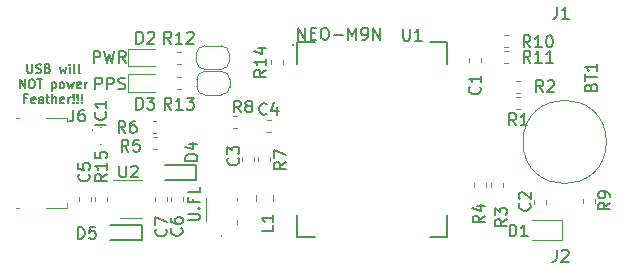
<source format=gbr>
G04 #@! TF.GenerationSoftware,KiCad,Pcbnew,(5.1.4)-1*
G04 #@! TF.CreationDate,2020-01-22T19:52:42-05:00*
G04 #@! TF.ProjectId,Feather-NEO-M9N-GPS,46656174-6865-4722-9d4e-454f2d4d394e,rev?*
G04 #@! TF.SameCoordinates,Original*
G04 #@! TF.FileFunction,Legend,Top*
G04 #@! TF.FilePolarity,Positive*
%FSLAX46Y46*%
G04 Gerber Fmt 4.6, Leading zero omitted, Abs format (unit mm)*
G04 Created by KiCad (PCBNEW (5.1.4)-1) date 2020-01-22 19:52:42*
%MOMM*%
%LPD*%
G04 APERTURE LIST*
%ADD10C,0.150000*%
%ADD11C,0.177800*%
%ADD12C,0.141418*%
%ADD13C,0.050000*%
%ADD14C,0.100000*%
%ADD15C,0.200000*%
%ADD16C,0.120000*%
G04 APERTURE END LIST*
D10*
X135459624Y-82118460D02*
X135459624Y-81118460D01*
X135840577Y-81118460D01*
X135935815Y-81166080D01*
X135983434Y-81213699D01*
X136031053Y-81308937D01*
X136031053Y-81451794D01*
X135983434Y-81547032D01*
X135935815Y-81594651D01*
X135840577Y-81642270D01*
X135459624Y-81642270D01*
X136459624Y-82118460D02*
X136459624Y-81118460D01*
X136840577Y-81118460D01*
X136935815Y-81166080D01*
X136983434Y-81213699D01*
X137031053Y-81308937D01*
X137031053Y-81451794D01*
X136983434Y-81547032D01*
X136935815Y-81594651D01*
X136840577Y-81642270D01*
X136459624Y-81642270D01*
X137412005Y-82070841D02*
X137554862Y-82118460D01*
X137792958Y-82118460D01*
X137888196Y-82070841D01*
X137935815Y-82023222D01*
X137983434Y-81927984D01*
X137983434Y-81832746D01*
X137935815Y-81737508D01*
X137888196Y-81689889D01*
X137792958Y-81642270D01*
X137602481Y-81594651D01*
X137507243Y-81547032D01*
X137459624Y-81499413D01*
X137412005Y-81404175D01*
X137412005Y-81308937D01*
X137459624Y-81213699D01*
X137507243Y-81166080D01*
X137602481Y-81118460D01*
X137840577Y-81118460D01*
X137983434Y-81166080D01*
X135313586Y-79868020D02*
X135313586Y-78868020D01*
X135694539Y-78868020D01*
X135789777Y-78915640D01*
X135837396Y-78963259D01*
X135885015Y-79058497D01*
X135885015Y-79201354D01*
X135837396Y-79296592D01*
X135789777Y-79344211D01*
X135694539Y-79391830D01*
X135313586Y-79391830D01*
X136218348Y-78868020D02*
X136456443Y-79868020D01*
X136646920Y-79153735D01*
X136837396Y-79868020D01*
X137075491Y-78868020D01*
X138027872Y-79868020D02*
X137694539Y-79391830D01*
X137456443Y-79868020D02*
X137456443Y-78868020D01*
X137837396Y-78868020D01*
X137932634Y-78915640D01*
X137980253Y-78963259D01*
X138027872Y-79058497D01*
X138027872Y-79201354D01*
X137980253Y-79296592D01*
X137932634Y-79344211D01*
X137837396Y-79391830D01*
X137456443Y-79391830D01*
X129680371Y-79970205D02*
X129680371Y-80577348D01*
X129716085Y-80648777D01*
X129751800Y-80684491D01*
X129823228Y-80720205D01*
X129966085Y-80720205D01*
X130037514Y-80684491D01*
X130073228Y-80648777D01*
X130108942Y-80577348D01*
X130108942Y-79970205D01*
X130430371Y-80684491D02*
X130537514Y-80720205D01*
X130716085Y-80720205D01*
X130787514Y-80684491D01*
X130823228Y-80648777D01*
X130858942Y-80577348D01*
X130858942Y-80505920D01*
X130823228Y-80434491D01*
X130787514Y-80398777D01*
X130716085Y-80363062D01*
X130573228Y-80327348D01*
X130501800Y-80291634D01*
X130466085Y-80255920D01*
X130430371Y-80184491D01*
X130430371Y-80113062D01*
X130466085Y-80041634D01*
X130501800Y-80005920D01*
X130573228Y-79970205D01*
X130751800Y-79970205D01*
X130858942Y-80005920D01*
X131430371Y-80327348D02*
X131537514Y-80363062D01*
X131573228Y-80398777D01*
X131608942Y-80470205D01*
X131608942Y-80577348D01*
X131573228Y-80648777D01*
X131537514Y-80684491D01*
X131466085Y-80720205D01*
X131180371Y-80720205D01*
X131180371Y-79970205D01*
X131430371Y-79970205D01*
X131501800Y-80005920D01*
X131537514Y-80041634D01*
X131573228Y-80113062D01*
X131573228Y-80184491D01*
X131537514Y-80255920D01*
X131501800Y-80291634D01*
X131430371Y-80327348D01*
X131180371Y-80327348D01*
X132430371Y-80220205D02*
X132573228Y-80720205D01*
X132716085Y-80363062D01*
X132858942Y-80720205D01*
X133001800Y-80220205D01*
X133287514Y-80720205D02*
X133287514Y-80220205D01*
X133287514Y-79970205D02*
X133251800Y-80005920D01*
X133287514Y-80041634D01*
X133323228Y-80005920D01*
X133287514Y-79970205D01*
X133287514Y-80041634D01*
X133751800Y-80720205D02*
X133680371Y-80684491D01*
X133644657Y-80613062D01*
X133644657Y-79970205D01*
X134144657Y-80720205D02*
X134073228Y-80684491D01*
X134037514Y-80613062D01*
X134037514Y-79970205D01*
X129073228Y-81995205D02*
X129073228Y-81245205D01*
X129501800Y-81995205D01*
X129501800Y-81245205D01*
X130001800Y-81245205D02*
X130144657Y-81245205D01*
X130216085Y-81280920D01*
X130287514Y-81352348D01*
X130323228Y-81495205D01*
X130323228Y-81745205D01*
X130287514Y-81888062D01*
X130216085Y-81959491D01*
X130144657Y-81995205D01*
X130001800Y-81995205D01*
X129930371Y-81959491D01*
X129858942Y-81888062D01*
X129823228Y-81745205D01*
X129823228Y-81495205D01*
X129858942Y-81352348D01*
X129930371Y-81280920D01*
X130001800Y-81245205D01*
X130537514Y-81245205D02*
X130966085Y-81245205D01*
X130751800Y-81995205D02*
X130751800Y-81245205D01*
X131787514Y-81495205D02*
X131787514Y-82245205D01*
X131787514Y-81530920D02*
X131858942Y-81495205D01*
X132001800Y-81495205D01*
X132073228Y-81530920D01*
X132108942Y-81566634D01*
X132144657Y-81638062D01*
X132144657Y-81852348D01*
X132108942Y-81923777D01*
X132073228Y-81959491D01*
X132001800Y-81995205D01*
X131858942Y-81995205D01*
X131787514Y-81959491D01*
X132573228Y-81995205D02*
X132501800Y-81959491D01*
X132466085Y-81923777D01*
X132430371Y-81852348D01*
X132430371Y-81638062D01*
X132466085Y-81566634D01*
X132501800Y-81530920D01*
X132573228Y-81495205D01*
X132680371Y-81495205D01*
X132751800Y-81530920D01*
X132787514Y-81566634D01*
X132823228Y-81638062D01*
X132823228Y-81852348D01*
X132787514Y-81923777D01*
X132751800Y-81959491D01*
X132680371Y-81995205D01*
X132573228Y-81995205D01*
X133073228Y-81495205D02*
X133216085Y-81995205D01*
X133358942Y-81638062D01*
X133501800Y-81995205D01*
X133644657Y-81495205D01*
X134216085Y-81959491D02*
X134144657Y-81995205D01*
X134001800Y-81995205D01*
X133930371Y-81959491D01*
X133894657Y-81888062D01*
X133894657Y-81602348D01*
X133930371Y-81530920D01*
X134001800Y-81495205D01*
X134144657Y-81495205D01*
X134216085Y-81530920D01*
X134251800Y-81602348D01*
X134251800Y-81673777D01*
X133894657Y-81745205D01*
X134573228Y-81995205D02*
X134573228Y-81495205D01*
X134573228Y-81638062D02*
X134608942Y-81566634D01*
X134644657Y-81530920D01*
X134716085Y-81495205D01*
X134787514Y-81495205D01*
X129680371Y-82877348D02*
X129430371Y-82877348D01*
X129430371Y-83270205D02*
X129430371Y-82520205D01*
X129787514Y-82520205D01*
X130358942Y-83234491D02*
X130287514Y-83270205D01*
X130144657Y-83270205D01*
X130073228Y-83234491D01*
X130037514Y-83163062D01*
X130037514Y-82877348D01*
X130073228Y-82805920D01*
X130144657Y-82770205D01*
X130287514Y-82770205D01*
X130358942Y-82805920D01*
X130394657Y-82877348D01*
X130394657Y-82948777D01*
X130037514Y-83020205D01*
X131037514Y-83270205D02*
X131037514Y-82877348D01*
X131001800Y-82805920D01*
X130930371Y-82770205D01*
X130787514Y-82770205D01*
X130716085Y-82805920D01*
X131037514Y-83234491D02*
X130966085Y-83270205D01*
X130787514Y-83270205D01*
X130716085Y-83234491D01*
X130680371Y-83163062D01*
X130680371Y-83091634D01*
X130716085Y-83020205D01*
X130787514Y-82984491D01*
X130966085Y-82984491D01*
X131037514Y-82948777D01*
X131287514Y-82770205D02*
X131573228Y-82770205D01*
X131394657Y-82520205D02*
X131394657Y-83163062D01*
X131430371Y-83234491D01*
X131501800Y-83270205D01*
X131573228Y-83270205D01*
X131823228Y-83270205D02*
X131823228Y-82520205D01*
X132144657Y-83270205D02*
X132144657Y-82877348D01*
X132108942Y-82805920D01*
X132037514Y-82770205D01*
X131930371Y-82770205D01*
X131858942Y-82805920D01*
X131823228Y-82841634D01*
X132787514Y-83234491D02*
X132716085Y-83270205D01*
X132573228Y-83270205D01*
X132501800Y-83234491D01*
X132466085Y-83163062D01*
X132466085Y-82877348D01*
X132501800Y-82805920D01*
X132573228Y-82770205D01*
X132716085Y-82770205D01*
X132787514Y-82805920D01*
X132823228Y-82877348D01*
X132823228Y-82948777D01*
X132466085Y-83020205D01*
X133144657Y-83270205D02*
X133144657Y-82770205D01*
X133144657Y-82913062D02*
X133180371Y-82841634D01*
X133216085Y-82805920D01*
X133287514Y-82770205D01*
X133358942Y-82770205D01*
X133608942Y-83198777D02*
X133644657Y-83234491D01*
X133608942Y-83270205D01*
X133573228Y-83234491D01*
X133608942Y-83198777D01*
X133608942Y-83270205D01*
X133608942Y-82984491D02*
X133573228Y-82555920D01*
X133608942Y-82520205D01*
X133644657Y-82555920D01*
X133608942Y-82984491D01*
X133608942Y-82520205D01*
X133966085Y-83198777D02*
X134001800Y-83234491D01*
X133966085Y-83270205D01*
X133930371Y-83234491D01*
X133966085Y-83198777D01*
X133966085Y-83270205D01*
X133966085Y-82984491D02*
X133930371Y-82555920D01*
X133966085Y-82520205D01*
X134001800Y-82555920D01*
X133966085Y-82984491D01*
X133966085Y-82520205D01*
X134323228Y-83198777D02*
X134358942Y-83234491D01*
X134323228Y-83270205D01*
X134287514Y-83234491D01*
X134323228Y-83198777D01*
X134323228Y-83270205D01*
X134323228Y-82984491D02*
X134287514Y-82555920D01*
X134323228Y-82520205D01*
X134358942Y-82555920D01*
X134323228Y-82984491D01*
X134323228Y-82520205D01*
D11*
X165252400Y-94597300D02*
X163782400Y-94597300D01*
X165252400Y-92747300D02*
X165252400Y-94597300D01*
X165252400Y-78097300D02*
X165252400Y-79947300D01*
X163782400Y-78097300D02*
X165252400Y-78097300D01*
X152552400Y-78097300D02*
X154022400Y-78097300D01*
X152552400Y-79947300D02*
X152552400Y-78097300D01*
X152552400Y-94597300D02*
X152552400Y-92747300D01*
X154022400Y-94597300D02*
X152552400Y-94597300D01*
D12*
X152273109Y-78347300D02*
G75*
G03X152273109Y-78347300I-70709J0D01*
G01*
D13*
X135215400Y-85529800D02*
G75*
G02X135165400Y-85529800I-25000J0D01*
G01*
X135165400Y-85529800D02*
G75*
G02X135215400Y-85529800I25000J0D01*
G01*
D14*
X135915400Y-86754800D02*
X135965400Y-86754800D01*
X135915400Y-85304800D02*
X135965400Y-85304800D01*
X135865400Y-86754800D02*
X135915400Y-86754800D01*
X135865400Y-85304800D02*
X135915400Y-85304800D01*
D13*
X135165400Y-85529800D02*
X135165400Y-85529800D01*
X135215400Y-85529800D02*
X135215400Y-85529800D01*
D15*
X139391800Y-93558600D02*
X136716800Y-93558600D01*
X139391800Y-94858600D02*
X136716800Y-94858600D01*
X139391800Y-94858600D02*
X139391800Y-93558600D01*
X144001900Y-88478600D02*
X141326900Y-88478600D01*
X144001900Y-89778600D02*
X141326900Y-89778600D01*
X144001900Y-89778600D02*
X144001900Y-88478600D01*
D14*
X146138900Y-94452800D02*
G75*
G03X146138900Y-94552800I0J-50000D01*
G01*
X146138900Y-94552800D02*
G75*
G03X146138900Y-94452800I0J50000D01*
G01*
X146138900Y-94552800D02*
X146138900Y-94552800D01*
X146138900Y-94452800D02*
X146138900Y-94452800D01*
X147438900Y-91502800D02*
X147438900Y-91300800D01*
X147438900Y-93195800D02*
X147438900Y-93502800D01*
X144838900Y-93252800D02*
X144838900Y-91300800D01*
D16*
X141556200Y-91564679D02*
X141556200Y-91239121D01*
X140536200Y-91564679D02*
X140536200Y-91239121D01*
X142915100Y-91564679D02*
X142915100Y-91239121D01*
X141895100Y-91564679D02*
X141895100Y-91239121D01*
X135053800Y-91551979D02*
X135053800Y-91226421D01*
X134033800Y-91551979D02*
X134033800Y-91226421D01*
X139380800Y-89791900D02*
X136930800Y-89791900D01*
X137580800Y-93011900D02*
X139380800Y-93011900D01*
X135443500Y-91201021D02*
X135443500Y-91526579D01*
X136463500Y-91201021D02*
X136463500Y-91526579D01*
X128707840Y-84510880D02*
X128967840Y-84510880D01*
X131247840Y-84510880D02*
X133017840Y-84510880D01*
X133017840Y-84510880D02*
X133017840Y-84890880D01*
X133017840Y-92130880D02*
X131247840Y-92130880D01*
X128967840Y-92130880D02*
X128707840Y-92130880D01*
X133017840Y-92130880D02*
X133017840Y-91750880D01*
X151386000Y-79974659D02*
X151386000Y-79649101D01*
X150366000Y-79974659D02*
X150366000Y-79649101D01*
X142379641Y-82079560D02*
X142705199Y-82079560D01*
X142379641Y-81059560D02*
X142705199Y-81059560D01*
X142361701Y-79940880D02*
X142687259Y-79940880D01*
X142361701Y-78920880D02*
X142687259Y-78920880D01*
X170378339Y-78885320D02*
X170052781Y-78885320D01*
X170378339Y-79905320D02*
X170052781Y-79905320D01*
X170378339Y-77518800D02*
X170052781Y-77518800D01*
X170378339Y-78538800D02*
X170052781Y-78538800D01*
X176741360Y-91422001D02*
X176741360Y-91747559D01*
X177761360Y-91422001D02*
X177761360Y-91747559D01*
X147106421Y-85346000D02*
X147431979Y-85346000D01*
X147106421Y-84326000D02*
X147431979Y-84326000D01*
X149248400Y-87835521D02*
X149248400Y-88161079D01*
X150268400Y-87835521D02*
X150268400Y-88161079D01*
X140627319Y-84813680D02*
X140301761Y-84813680D01*
X140627319Y-85833680D02*
X140301761Y-85833680D01*
X140637479Y-86170040D02*
X140311921Y-86170040D01*
X140637479Y-87190040D02*
X140311921Y-87190040D01*
X168546240Y-90368339D02*
X168546240Y-90042781D01*
X167526240Y-90368339D02*
X167526240Y-90042781D01*
X170014360Y-90368339D02*
X170014360Y-90042781D01*
X168994360Y-90368339D02*
X168994360Y-90042781D01*
X171424819Y-81379600D02*
X171099261Y-81379600D01*
X171424819Y-82399600D02*
X171099261Y-82399600D01*
X171409579Y-82756280D02*
X171084021Y-82756280D01*
X171409579Y-83776280D02*
X171084021Y-83776280D01*
X149971541Y-85752400D02*
X150297099Y-85752400D01*
X149971541Y-84732400D02*
X150297099Y-84732400D01*
X147902200Y-87835521D02*
X147902200Y-88161079D01*
X148922200Y-87835521D02*
X148922200Y-88161079D01*
X172626560Y-91447401D02*
X172626560Y-91772959D01*
X173646560Y-91447401D02*
X173646560Y-91772959D01*
X167069040Y-79491621D02*
X167069040Y-79817179D01*
X168089040Y-79491621D02*
X168089040Y-79817179D01*
X146132780Y-82569560D02*
X144732780Y-82569560D01*
X144032780Y-81869560D02*
X144032780Y-81269560D01*
X144732780Y-80569560D02*
X146132780Y-80569560D01*
X146832780Y-81269560D02*
X146832780Y-81869560D01*
X146832780Y-81869560D02*
G75*
G02X146132780Y-82569560I-700000J0D01*
G01*
X146132780Y-80569560D02*
G75*
G02X146832780Y-81269560I0J-700000D01*
G01*
X144032780Y-81269560D02*
G75*
G02X144732780Y-80569560I700000J0D01*
G01*
X144732780Y-82569560D02*
G75*
G02X144032780Y-81869560I0J700000D01*
G01*
X146107380Y-80413100D02*
X144707380Y-80413100D01*
X144007380Y-79713100D02*
X144007380Y-79113100D01*
X144707380Y-78413100D02*
X146107380Y-78413100D01*
X146807380Y-79113100D02*
X146807380Y-79713100D01*
X146807380Y-79713100D02*
G75*
G02X146107380Y-80413100I-700000J0D01*
G01*
X146107380Y-78413100D02*
G75*
G02X146807380Y-79113100I0J-700000D01*
G01*
X144007380Y-79113100D02*
G75*
G02X144707380Y-78413100I700000J0D01*
G01*
X144707380Y-80413100D02*
G75*
G02X144007380Y-79713100I0J700000D01*
G01*
X138187060Y-82304560D02*
X140472060Y-82304560D01*
X138187060Y-80834560D02*
X138187060Y-82304560D01*
X140472060Y-80834560D02*
X138187060Y-80834560D01*
X138181980Y-80148100D02*
X140466980Y-80148100D01*
X138181980Y-78678100D02*
X138181980Y-80148100D01*
X140466980Y-78678100D02*
X138181980Y-78678100D01*
X174941360Y-94873180D02*
X172391360Y-94873180D01*
X174941360Y-93173180D02*
X172391360Y-93173180D01*
X174941360Y-94873180D02*
X174941360Y-93173180D01*
X178723960Y-86559380D02*
G75*
G03X178723960Y-86559380I-3530000J0D01*
G01*
X150468400Y-91558878D02*
X150468400Y-91041722D01*
X149048400Y-91558878D02*
X149048400Y-91041722D01*
D10*
X161508535Y-76978260D02*
X161508535Y-77787784D01*
X161556154Y-77883022D01*
X161603773Y-77930641D01*
X161699011Y-77978260D01*
X161889487Y-77978260D01*
X161984725Y-77930641D01*
X162032344Y-77883022D01*
X162079963Y-77787784D01*
X162079963Y-76978260D01*
X163079963Y-77978260D02*
X162508535Y-77978260D01*
X162794249Y-77978260D02*
X162794249Y-76978260D01*
X162699011Y-77121118D01*
X162603773Y-77216356D01*
X162508535Y-77263975D01*
X152645859Y-77896980D02*
X152645859Y-76896980D01*
X153217287Y-77896980D01*
X153217287Y-76896980D01*
X153693478Y-77373171D02*
X154026811Y-77373171D01*
X154169668Y-77896980D02*
X153693478Y-77896980D01*
X153693478Y-76896980D01*
X154169668Y-76896980D01*
X154788716Y-76896980D02*
X154979192Y-76896980D01*
X155074430Y-76944600D01*
X155169668Y-77039838D01*
X155217287Y-77230314D01*
X155217287Y-77563647D01*
X155169668Y-77754123D01*
X155074430Y-77849361D01*
X154979192Y-77896980D01*
X154788716Y-77896980D01*
X154693478Y-77849361D01*
X154598240Y-77754123D01*
X154550620Y-77563647D01*
X154550620Y-77230314D01*
X154598240Y-77039838D01*
X154693478Y-76944600D01*
X154788716Y-76896980D01*
X155645859Y-77516028D02*
X156407763Y-77516028D01*
X156883954Y-77896980D02*
X156883954Y-76896980D01*
X157217287Y-77611266D01*
X157550620Y-76896980D01*
X157550620Y-77896980D01*
X158074430Y-77896980D02*
X158264906Y-77896980D01*
X158360144Y-77849361D01*
X158407763Y-77801742D01*
X158503001Y-77658885D01*
X158550620Y-77468409D01*
X158550620Y-77087457D01*
X158503001Y-76992219D01*
X158455382Y-76944600D01*
X158360144Y-76896980D01*
X158169668Y-76896980D01*
X158074430Y-76944600D01*
X158026811Y-76992219D01*
X157979192Y-77087457D01*
X157979192Y-77325552D01*
X158026811Y-77420790D01*
X158074430Y-77468409D01*
X158169668Y-77516028D01*
X158360144Y-77516028D01*
X158455382Y-77468409D01*
X158503001Y-77420790D01*
X158550620Y-77325552D01*
X158979192Y-77896980D02*
X158979192Y-76896980D01*
X159550620Y-77896980D01*
X159550620Y-76896980D01*
X136393180Y-85095910D02*
X135393180Y-85095910D01*
X136297942Y-84048291D02*
X136345561Y-84095910D01*
X136393180Y-84238767D01*
X136393180Y-84334005D01*
X136345561Y-84476862D01*
X136250323Y-84572100D01*
X136155085Y-84619720D01*
X135964609Y-84667339D01*
X135821752Y-84667339D01*
X135631276Y-84619720D01*
X135536038Y-84572100D01*
X135440800Y-84476862D01*
X135393180Y-84334005D01*
X135393180Y-84238767D01*
X135440800Y-84095910D01*
X135488419Y-84048291D01*
X136393180Y-83095910D02*
X136393180Y-83667339D01*
X136393180Y-83381624D02*
X135393180Y-83381624D01*
X135536038Y-83476862D01*
X135631276Y-83572100D01*
X135678895Y-83667339D01*
X133978424Y-94752420D02*
X133978424Y-93752420D01*
X134216520Y-93752420D01*
X134359377Y-93800040D01*
X134454615Y-93895278D01*
X134502234Y-93990516D01*
X134549853Y-94180992D01*
X134549853Y-94323849D01*
X134502234Y-94514325D01*
X134454615Y-94609563D01*
X134359377Y-94704801D01*
X134216520Y-94752420D01*
X133978424Y-94752420D01*
X135454615Y-93752420D02*
X134978424Y-93752420D01*
X134930805Y-94228611D01*
X134978424Y-94180992D01*
X135073662Y-94133373D01*
X135311758Y-94133373D01*
X135406996Y-94180992D01*
X135454615Y-94228611D01*
X135502234Y-94323849D01*
X135502234Y-94561944D01*
X135454615Y-94657182D01*
X135406996Y-94704801D01*
X135311758Y-94752420D01*
X135073662Y-94752420D01*
X134978424Y-94704801D01*
X134930805Y-94657182D01*
X144089380Y-88139495D02*
X143089380Y-88139495D01*
X143089380Y-87901400D01*
X143137000Y-87758542D01*
X143232238Y-87663304D01*
X143327476Y-87615685D01*
X143517952Y-87568066D01*
X143660809Y-87568066D01*
X143851285Y-87615685D01*
X143946523Y-87663304D01*
X144041761Y-87758542D01*
X144089380Y-87901400D01*
X144089380Y-88139495D01*
X143422714Y-86710923D02*
X144089380Y-86710923D01*
X143041761Y-86949019D02*
X143756047Y-87187114D01*
X143756047Y-86568066D01*
X143282420Y-93208622D02*
X144091944Y-93208622D01*
X144187182Y-93161003D01*
X144234801Y-93113384D01*
X144282420Y-93018146D01*
X144282420Y-92827670D01*
X144234801Y-92732432D01*
X144187182Y-92684813D01*
X144091944Y-92637194D01*
X143282420Y-92637194D01*
X144187182Y-92161003D02*
X144234801Y-92113384D01*
X144282420Y-92161003D01*
X144234801Y-92208622D01*
X144187182Y-92161003D01*
X144282420Y-92161003D01*
X143758611Y-91351480D02*
X143758611Y-91684813D01*
X144282420Y-91684813D02*
X143282420Y-91684813D01*
X143282420Y-91208622D01*
X144282420Y-90351480D02*
X144282420Y-90827670D01*
X143282420Y-90827670D01*
X141416042Y-93930766D02*
X141463661Y-93978385D01*
X141511280Y-94121242D01*
X141511280Y-94216480D01*
X141463661Y-94359338D01*
X141368423Y-94454576D01*
X141273185Y-94502195D01*
X141082709Y-94549814D01*
X140939852Y-94549814D01*
X140749376Y-94502195D01*
X140654138Y-94454576D01*
X140558900Y-94359338D01*
X140511280Y-94216480D01*
X140511280Y-94121242D01*
X140558900Y-93978385D01*
X140606519Y-93930766D01*
X140511280Y-93597433D02*
X140511280Y-92930766D01*
X141511280Y-93359338D01*
X142749542Y-93867266D02*
X142797161Y-93914885D01*
X142844780Y-94057742D01*
X142844780Y-94152980D01*
X142797161Y-94295838D01*
X142701923Y-94391076D01*
X142606685Y-94438695D01*
X142416209Y-94486314D01*
X142273352Y-94486314D01*
X142082876Y-94438695D01*
X141987638Y-94391076D01*
X141892400Y-94295838D01*
X141844780Y-94152980D01*
X141844780Y-94057742D01*
X141892400Y-93914885D01*
X141940019Y-93867266D01*
X141844780Y-93010123D02*
X141844780Y-93200600D01*
X141892400Y-93295838D01*
X141940019Y-93343457D01*
X142082876Y-93438695D01*
X142273352Y-93486314D01*
X142654304Y-93486314D01*
X142749542Y-93438695D01*
X142797161Y-93391076D01*
X142844780Y-93295838D01*
X142844780Y-93105361D01*
X142797161Y-93010123D01*
X142749542Y-92962504D01*
X142654304Y-92914885D01*
X142416209Y-92914885D01*
X142320971Y-92962504D01*
X142273352Y-93010123D01*
X142225733Y-93105361D01*
X142225733Y-93295838D01*
X142273352Y-93391076D01*
X142320971Y-93438695D01*
X142416209Y-93486314D01*
X134900942Y-89282566D02*
X134948561Y-89330185D01*
X134996180Y-89473042D01*
X134996180Y-89568280D01*
X134948561Y-89711138D01*
X134853323Y-89806376D01*
X134758085Y-89853995D01*
X134567609Y-89901614D01*
X134424752Y-89901614D01*
X134234276Y-89853995D01*
X134139038Y-89806376D01*
X134043800Y-89711138D01*
X133996180Y-89568280D01*
X133996180Y-89473042D01*
X134043800Y-89330185D01*
X134091419Y-89282566D01*
X133996180Y-88377804D02*
X133996180Y-88853995D01*
X134472371Y-88901614D01*
X134424752Y-88853995D01*
X134377133Y-88758757D01*
X134377133Y-88520661D01*
X134424752Y-88425423D01*
X134472371Y-88377804D01*
X134567609Y-88330185D01*
X134805704Y-88330185D01*
X134900942Y-88377804D01*
X134948561Y-88425423D01*
X134996180Y-88520661D01*
X134996180Y-88758757D01*
X134948561Y-88853995D01*
X134900942Y-88901614D01*
X137495375Y-88555580D02*
X137495375Y-89365104D01*
X137542994Y-89460342D01*
X137590613Y-89507961D01*
X137685851Y-89555580D01*
X137876327Y-89555580D01*
X137971565Y-89507961D01*
X138019184Y-89460342D01*
X138066803Y-89365104D01*
X138066803Y-88555580D01*
X138495375Y-88650819D02*
X138542994Y-88603200D01*
X138638232Y-88555580D01*
X138876327Y-88555580D01*
X138971565Y-88603200D01*
X139019184Y-88650819D01*
X139066803Y-88746057D01*
X139066803Y-88841295D01*
X139019184Y-88984152D01*
X138447756Y-89555580D01*
X139066803Y-89555580D01*
X136431280Y-89288857D02*
X135955090Y-89622190D01*
X136431280Y-89860285D02*
X135431280Y-89860285D01*
X135431280Y-89479333D01*
X135478900Y-89384095D01*
X135526519Y-89336476D01*
X135621757Y-89288857D01*
X135764614Y-89288857D01*
X135859852Y-89336476D01*
X135907471Y-89384095D01*
X135955090Y-89479333D01*
X135955090Y-89860285D01*
X136431280Y-88336476D02*
X136431280Y-88907904D01*
X136431280Y-88622190D02*
X135431280Y-88622190D01*
X135574138Y-88717428D01*
X135669376Y-88812666D01*
X135716995Y-88907904D01*
X135431280Y-87431714D02*
X135431280Y-87907904D01*
X135907471Y-87955523D01*
X135859852Y-87907904D01*
X135812233Y-87812666D01*
X135812233Y-87574571D01*
X135859852Y-87479333D01*
X135907471Y-87431714D01*
X136002709Y-87384095D01*
X136240804Y-87384095D01*
X136336042Y-87431714D01*
X136383661Y-87479333D01*
X136431280Y-87574571D01*
X136431280Y-87812666D01*
X136383661Y-87907904D01*
X136336042Y-87955523D01*
X133600866Y-83818480D02*
X133600866Y-84532766D01*
X133553247Y-84675623D01*
X133458009Y-84770861D01*
X133315152Y-84818480D01*
X133219914Y-84818480D01*
X134505628Y-83818480D02*
X134315152Y-83818480D01*
X134219914Y-83866100D01*
X134172295Y-83913719D01*
X134077057Y-84056576D01*
X134029438Y-84247052D01*
X134029438Y-84628004D01*
X134077057Y-84723242D01*
X134124676Y-84770861D01*
X134219914Y-84818480D01*
X134410390Y-84818480D01*
X134505628Y-84770861D01*
X134553247Y-84723242D01*
X134600866Y-84628004D01*
X134600866Y-84389909D01*
X134553247Y-84294671D01*
X134505628Y-84247052D01*
X134410390Y-84199433D01*
X134219914Y-84199433D01*
X134124676Y-84247052D01*
X134077057Y-84294671D01*
X134029438Y-84389909D01*
X149898380Y-80454737D02*
X149422190Y-80788070D01*
X149898380Y-81026165D02*
X148898380Y-81026165D01*
X148898380Y-80645213D01*
X148946000Y-80549975D01*
X148993619Y-80502356D01*
X149088857Y-80454737D01*
X149231714Y-80454737D01*
X149326952Y-80502356D01*
X149374571Y-80549975D01*
X149422190Y-80645213D01*
X149422190Y-81026165D01*
X149898380Y-79502356D02*
X149898380Y-80073784D01*
X149898380Y-79788070D02*
X148898380Y-79788070D01*
X149041238Y-79883308D01*
X149136476Y-79978546D01*
X149184095Y-80073784D01*
X149231714Y-78645213D02*
X149898380Y-78645213D01*
X148850761Y-78883308D02*
X149565047Y-79121403D01*
X149565047Y-78502356D01*
X141899402Y-83821940D02*
X141566069Y-83345750D01*
X141327974Y-83821940D02*
X141327974Y-82821940D01*
X141708926Y-82821940D01*
X141804164Y-82869560D01*
X141851783Y-82917179D01*
X141899402Y-83012417D01*
X141899402Y-83155274D01*
X141851783Y-83250512D01*
X141804164Y-83298131D01*
X141708926Y-83345750D01*
X141327974Y-83345750D01*
X142851783Y-83821940D02*
X142280355Y-83821940D01*
X142566069Y-83821940D02*
X142566069Y-82821940D01*
X142470831Y-82964798D01*
X142375593Y-83060036D01*
X142280355Y-83107655D01*
X143185117Y-82821940D02*
X143804164Y-82821940D01*
X143470831Y-83202893D01*
X143613688Y-83202893D01*
X143708926Y-83250512D01*
X143756545Y-83298131D01*
X143804164Y-83393369D01*
X143804164Y-83631464D01*
X143756545Y-83726702D01*
X143708926Y-83774321D01*
X143613688Y-83821940D01*
X143327974Y-83821940D01*
X143232736Y-83774321D01*
X143185117Y-83726702D01*
X141881062Y-78244960D02*
X141547729Y-77768770D01*
X141309634Y-78244960D02*
X141309634Y-77244960D01*
X141690586Y-77244960D01*
X141785824Y-77292580D01*
X141833443Y-77340199D01*
X141881062Y-77435437D01*
X141881062Y-77578294D01*
X141833443Y-77673532D01*
X141785824Y-77721151D01*
X141690586Y-77768770D01*
X141309634Y-77768770D01*
X142833443Y-78244960D02*
X142262015Y-78244960D01*
X142547729Y-78244960D02*
X142547729Y-77244960D01*
X142452491Y-77387818D01*
X142357253Y-77483056D01*
X142262015Y-77530675D01*
X143214396Y-77340199D02*
X143262015Y-77292580D01*
X143357253Y-77244960D01*
X143595348Y-77244960D01*
X143690586Y-77292580D01*
X143738205Y-77340199D01*
X143785824Y-77435437D01*
X143785824Y-77530675D01*
X143738205Y-77673532D01*
X143166777Y-78244960D01*
X143785824Y-78244960D01*
X172300662Y-79842620D02*
X171967329Y-79366430D01*
X171729234Y-79842620D02*
X171729234Y-78842620D01*
X172110186Y-78842620D01*
X172205424Y-78890240D01*
X172253043Y-78937859D01*
X172300662Y-79033097D01*
X172300662Y-79175954D01*
X172253043Y-79271192D01*
X172205424Y-79318811D01*
X172110186Y-79366430D01*
X171729234Y-79366430D01*
X173253043Y-79842620D02*
X172681615Y-79842620D01*
X172967329Y-79842620D02*
X172967329Y-78842620D01*
X172872091Y-78985478D01*
X172776853Y-79080716D01*
X172681615Y-79128335D01*
X174205424Y-79842620D02*
X173633996Y-79842620D01*
X173919710Y-79842620D02*
X173919710Y-78842620D01*
X173824472Y-78985478D01*
X173729234Y-79080716D01*
X173633996Y-79128335D01*
X172290502Y-78537060D02*
X171957169Y-78060870D01*
X171719074Y-78537060D02*
X171719074Y-77537060D01*
X172100026Y-77537060D01*
X172195264Y-77584680D01*
X172242883Y-77632299D01*
X172290502Y-77727537D01*
X172290502Y-77870394D01*
X172242883Y-77965632D01*
X172195264Y-78013251D01*
X172100026Y-78060870D01*
X171719074Y-78060870D01*
X173242883Y-78537060D02*
X172671455Y-78537060D01*
X172957169Y-78537060D02*
X172957169Y-77537060D01*
X172861931Y-77679918D01*
X172766693Y-77775156D01*
X172671455Y-77822775D01*
X173861931Y-77537060D02*
X173957169Y-77537060D01*
X174052407Y-77584680D01*
X174100026Y-77632299D01*
X174147645Y-77727537D01*
X174195264Y-77918013D01*
X174195264Y-78156108D01*
X174147645Y-78346584D01*
X174100026Y-78441822D01*
X174052407Y-78489441D01*
X173957169Y-78537060D01*
X173861931Y-78537060D01*
X173766693Y-78489441D01*
X173719074Y-78441822D01*
X173671455Y-78346584D01*
X173623836Y-78156108D01*
X173623836Y-77918013D01*
X173671455Y-77727537D01*
X173719074Y-77632299D01*
X173766693Y-77584680D01*
X173861931Y-77537060D01*
X179024540Y-91700646D02*
X178548350Y-92033980D01*
X179024540Y-92272075D02*
X178024540Y-92272075D01*
X178024540Y-91891122D01*
X178072160Y-91795884D01*
X178119779Y-91748265D01*
X178215017Y-91700646D01*
X178357874Y-91700646D01*
X178453112Y-91748265D01*
X178500731Y-91795884D01*
X178548350Y-91891122D01*
X178548350Y-92272075D01*
X179024540Y-91224456D02*
X179024540Y-91033980D01*
X178976921Y-90938741D01*
X178929302Y-90891122D01*
X178786445Y-90795884D01*
X178595969Y-90748265D01*
X178215017Y-90748265D01*
X178119779Y-90795884D01*
X178072160Y-90843503D01*
X178024540Y-90938741D01*
X178024540Y-91129218D01*
X178072160Y-91224456D01*
X178119779Y-91272075D01*
X178215017Y-91319694D01*
X178453112Y-91319694D01*
X178548350Y-91272075D01*
X178595969Y-91224456D01*
X178643588Y-91129218D01*
X178643588Y-90938741D01*
X178595969Y-90843503D01*
X178548350Y-90795884D01*
X178453112Y-90748265D01*
X147788333Y-84056480D02*
X147455000Y-83580290D01*
X147216904Y-84056480D02*
X147216904Y-83056480D01*
X147597857Y-83056480D01*
X147693095Y-83104100D01*
X147740714Y-83151719D01*
X147788333Y-83246957D01*
X147788333Y-83389814D01*
X147740714Y-83485052D01*
X147693095Y-83532671D01*
X147597857Y-83580290D01*
X147216904Y-83580290D01*
X148359761Y-83485052D02*
X148264523Y-83437433D01*
X148216904Y-83389814D01*
X148169285Y-83294576D01*
X148169285Y-83246957D01*
X148216904Y-83151719D01*
X148264523Y-83104100D01*
X148359761Y-83056480D01*
X148550238Y-83056480D01*
X148645476Y-83104100D01*
X148693095Y-83151719D01*
X148740714Y-83246957D01*
X148740714Y-83294576D01*
X148693095Y-83389814D01*
X148645476Y-83437433D01*
X148550238Y-83485052D01*
X148359761Y-83485052D01*
X148264523Y-83532671D01*
X148216904Y-83580290D01*
X148169285Y-83675528D01*
X148169285Y-83866004D01*
X148216904Y-83961242D01*
X148264523Y-84008861D01*
X148359761Y-84056480D01*
X148550238Y-84056480D01*
X148645476Y-84008861D01*
X148693095Y-83961242D01*
X148740714Y-83866004D01*
X148740714Y-83675528D01*
X148693095Y-83580290D01*
X148645476Y-83532671D01*
X148550238Y-83485052D01*
X151569680Y-88266566D02*
X151093490Y-88599900D01*
X151569680Y-88837995D02*
X150569680Y-88837995D01*
X150569680Y-88457042D01*
X150617300Y-88361804D01*
X150664919Y-88314185D01*
X150760157Y-88266566D01*
X150903014Y-88266566D01*
X150998252Y-88314185D01*
X151045871Y-88361804D01*
X151093490Y-88457042D01*
X151093490Y-88837995D01*
X150569680Y-87933233D02*
X150569680Y-87266566D01*
X151569680Y-87695138D01*
X137996633Y-85783680D02*
X137663300Y-85307490D01*
X137425204Y-85783680D02*
X137425204Y-84783680D01*
X137806157Y-84783680D01*
X137901395Y-84831300D01*
X137949014Y-84878919D01*
X137996633Y-84974157D01*
X137996633Y-85117014D01*
X137949014Y-85212252D01*
X137901395Y-85259871D01*
X137806157Y-85307490D01*
X137425204Y-85307490D01*
X138853776Y-84783680D02*
X138663300Y-84783680D01*
X138568061Y-84831300D01*
X138520442Y-84878919D01*
X138425204Y-85021776D01*
X138377585Y-85212252D01*
X138377585Y-85593204D01*
X138425204Y-85688442D01*
X138472823Y-85736061D01*
X138568061Y-85783680D01*
X138758538Y-85783680D01*
X138853776Y-85736061D01*
X138901395Y-85688442D01*
X138949014Y-85593204D01*
X138949014Y-85355109D01*
X138901395Y-85259871D01*
X138853776Y-85212252D01*
X138758538Y-85164633D01*
X138568061Y-85164633D01*
X138472823Y-85212252D01*
X138425204Y-85259871D01*
X138377585Y-85355109D01*
X138263333Y-87371180D02*
X137930000Y-86894990D01*
X137691904Y-87371180D02*
X137691904Y-86371180D01*
X138072857Y-86371180D01*
X138168095Y-86418800D01*
X138215714Y-86466419D01*
X138263333Y-86561657D01*
X138263333Y-86704514D01*
X138215714Y-86799752D01*
X138168095Y-86847371D01*
X138072857Y-86894990D01*
X137691904Y-86894990D01*
X139168095Y-86371180D02*
X138691904Y-86371180D01*
X138644285Y-86847371D01*
X138691904Y-86799752D01*
X138787142Y-86752133D01*
X139025238Y-86752133D01*
X139120476Y-86799752D01*
X139168095Y-86847371D01*
X139215714Y-86942609D01*
X139215714Y-87180704D01*
X139168095Y-87275942D01*
X139120476Y-87323561D01*
X139025238Y-87371180D01*
X138787142Y-87371180D01*
X138691904Y-87323561D01*
X138644285Y-87275942D01*
X168422580Y-92805546D02*
X167946390Y-93138880D01*
X168422580Y-93376975D02*
X167422580Y-93376975D01*
X167422580Y-92996022D01*
X167470200Y-92900784D01*
X167517819Y-92853165D01*
X167613057Y-92805546D01*
X167755914Y-92805546D01*
X167851152Y-92853165D01*
X167898771Y-92900784D01*
X167946390Y-92996022D01*
X167946390Y-93376975D01*
X167755914Y-91948403D02*
X168422580Y-91948403D01*
X167374961Y-92186499D02*
X168089247Y-92424594D01*
X168089247Y-91805546D01*
X170307260Y-93079866D02*
X169831070Y-93413200D01*
X170307260Y-93651295D02*
X169307260Y-93651295D01*
X169307260Y-93270342D01*
X169354880Y-93175104D01*
X169402499Y-93127485D01*
X169497737Y-93079866D01*
X169640594Y-93079866D01*
X169735832Y-93127485D01*
X169783451Y-93175104D01*
X169831070Y-93270342D01*
X169831070Y-93651295D01*
X169307260Y-92746533D02*
X169307260Y-92127485D01*
X169688213Y-92460819D01*
X169688213Y-92317961D01*
X169735832Y-92222723D01*
X169783451Y-92175104D01*
X169878689Y-92127485D01*
X170116784Y-92127485D01*
X170212022Y-92175104D01*
X170259641Y-92222723D01*
X170307260Y-92317961D01*
X170307260Y-92603676D01*
X170259641Y-92698914D01*
X170212022Y-92746533D01*
X173371213Y-82316580D02*
X173037880Y-81840390D01*
X172799784Y-82316580D02*
X172799784Y-81316580D01*
X173180737Y-81316580D01*
X173275975Y-81364200D01*
X173323594Y-81411819D01*
X173371213Y-81507057D01*
X173371213Y-81649914D01*
X173323594Y-81745152D01*
X173275975Y-81792771D01*
X173180737Y-81840390D01*
X172799784Y-81840390D01*
X173752165Y-81411819D02*
X173799784Y-81364200D01*
X173895022Y-81316580D01*
X174133118Y-81316580D01*
X174228356Y-81364200D01*
X174275975Y-81411819D01*
X174323594Y-81507057D01*
X174323594Y-81602295D01*
X174275975Y-81745152D01*
X173704546Y-82316580D01*
X174323594Y-82316580D01*
X171080133Y-85148660D02*
X170746800Y-84672470D01*
X170508704Y-85148660D02*
X170508704Y-84148660D01*
X170889657Y-84148660D01*
X170984895Y-84196280D01*
X171032514Y-84243899D01*
X171080133Y-84339137D01*
X171080133Y-84481994D01*
X171032514Y-84577232D01*
X170984895Y-84624851D01*
X170889657Y-84672470D01*
X170508704Y-84672470D01*
X172032514Y-85148660D02*
X171461085Y-85148660D01*
X171746800Y-85148660D02*
X171746800Y-84148660D01*
X171651561Y-84291518D01*
X171556323Y-84386756D01*
X171461085Y-84434375D01*
X149967653Y-84169542D02*
X149920034Y-84217161D01*
X149777177Y-84264780D01*
X149681939Y-84264780D01*
X149539081Y-84217161D01*
X149443843Y-84121923D01*
X149396224Y-84026685D01*
X149348605Y-83836209D01*
X149348605Y-83693352D01*
X149396224Y-83502876D01*
X149443843Y-83407638D01*
X149539081Y-83312400D01*
X149681939Y-83264780D01*
X149777177Y-83264780D01*
X149920034Y-83312400D01*
X149967653Y-83360019D01*
X150824796Y-83598114D02*
X150824796Y-84264780D01*
X150586700Y-83217161D02*
X150348605Y-83931447D01*
X150967653Y-83931447D01*
X147537442Y-87898266D02*
X147585061Y-87945885D01*
X147632680Y-88088742D01*
X147632680Y-88183980D01*
X147585061Y-88326838D01*
X147489823Y-88422076D01*
X147394585Y-88469695D01*
X147204109Y-88517314D01*
X147061252Y-88517314D01*
X146870776Y-88469695D01*
X146775538Y-88422076D01*
X146680300Y-88326838D01*
X146632680Y-88183980D01*
X146632680Y-88088742D01*
X146680300Y-87945885D01*
X146727919Y-87898266D01*
X146632680Y-87564933D02*
X146632680Y-86945885D01*
X147013633Y-87279219D01*
X147013633Y-87136361D01*
X147061252Y-87041123D01*
X147108871Y-86993504D01*
X147204109Y-86945885D01*
X147442204Y-86945885D01*
X147537442Y-86993504D01*
X147585061Y-87041123D01*
X147632680Y-87136361D01*
X147632680Y-87422076D01*
X147585061Y-87517314D01*
X147537442Y-87564933D01*
X172223702Y-91751446D02*
X172271321Y-91799065D01*
X172318940Y-91941922D01*
X172318940Y-92037160D01*
X172271321Y-92180018D01*
X172176083Y-92275256D01*
X172080845Y-92322875D01*
X171890369Y-92370494D01*
X171747512Y-92370494D01*
X171557036Y-92322875D01*
X171461798Y-92275256D01*
X171366560Y-92180018D01*
X171318940Y-92037160D01*
X171318940Y-91941922D01*
X171366560Y-91799065D01*
X171414179Y-91751446D01*
X171414179Y-91370494D02*
X171366560Y-91322875D01*
X171318940Y-91227637D01*
X171318940Y-90989541D01*
X171366560Y-90894303D01*
X171414179Y-90846684D01*
X171509417Y-90799065D01*
X171604655Y-90799065D01*
X171747512Y-90846684D01*
X172318940Y-91418113D01*
X172318940Y-90799065D01*
X167992062Y-81898786D02*
X168039681Y-81946405D01*
X168087300Y-82089262D01*
X168087300Y-82184500D01*
X168039681Y-82327358D01*
X167944443Y-82422596D01*
X167849205Y-82470215D01*
X167658729Y-82517834D01*
X167515872Y-82517834D01*
X167325396Y-82470215D01*
X167230158Y-82422596D01*
X167134920Y-82327358D01*
X167087300Y-82184500D01*
X167087300Y-82089262D01*
X167134920Y-81946405D01*
X167182539Y-81898786D01*
X168087300Y-80946405D02*
X168087300Y-81517834D01*
X168087300Y-81232120D02*
X167087300Y-81232120D01*
X167230158Y-81327358D01*
X167325396Y-81422596D01*
X167373015Y-81517834D01*
X138933964Y-83821940D02*
X138933964Y-82821940D01*
X139172060Y-82821940D01*
X139314917Y-82869560D01*
X139410155Y-82964798D01*
X139457774Y-83060036D01*
X139505393Y-83250512D01*
X139505393Y-83393369D01*
X139457774Y-83583845D01*
X139410155Y-83679083D01*
X139314917Y-83774321D01*
X139172060Y-83821940D01*
X138933964Y-83821940D01*
X139838726Y-82821940D02*
X140457774Y-82821940D01*
X140124440Y-83202893D01*
X140267298Y-83202893D01*
X140362536Y-83250512D01*
X140410155Y-83298131D01*
X140457774Y-83393369D01*
X140457774Y-83631464D01*
X140410155Y-83726702D01*
X140362536Y-83774321D01*
X140267298Y-83821940D01*
X139981583Y-83821940D01*
X139886345Y-83774321D01*
X139838726Y-83726702D01*
X138931424Y-78227180D02*
X138931424Y-77227180D01*
X139169520Y-77227180D01*
X139312377Y-77274800D01*
X139407615Y-77370038D01*
X139455234Y-77465276D01*
X139502853Y-77655752D01*
X139502853Y-77798609D01*
X139455234Y-77989085D01*
X139407615Y-78084323D01*
X139312377Y-78179561D01*
X139169520Y-78227180D01*
X138931424Y-78227180D01*
X139883805Y-77322419D02*
X139931424Y-77274800D01*
X140026662Y-77227180D01*
X140264758Y-77227180D01*
X140359996Y-77274800D01*
X140407615Y-77322419D01*
X140455234Y-77417657D01*
X140455234Y-77512895D01*
X140407615Y-77655752D01*
X139836186Y-78227180D01*
X140455234Y-78227180D01*
X170544264Y-94551760D02*
X170544264Y-93551760D01*
X170782360Y-93551760D01*
X170925217Y-93599380D01*
X171020455Y-93694618D01*
X171068074Y-93789856D01*
X171115693Y-93980332D01*
X171115693Y-94123189D01*
X171068074Y-94313665D01*
X171020455Y-94408903D01*
X170925217Y-94504141D01*
X170782360Y-94551760D01*
X170544264Y-94551760D01*
X172068074Y-94551760D02*
X171496645Y-94551760D01*
X171782360Y-94551760D02*
X171782360Y-93551760D01*
X171687121Y-93694618D01*
X171591883Y-93789856D01*
X171496645Y-93837475D01*
X177408531Y-81905694D02*
X177456150Y-81762837D01*
X177503769Y-81715218D01*
X177599007Y-81667599D01*
X177741864Y-81667599D01*
X177837102Y-81715218D01*
X177884721Y-81762837D01*
X177932340Y-81858075D01*
X177932340Y-82239027D01*
X176932340Y-82239027D01*
X176932340Y-81905694D01*
X176979960Y-81810456D01*
X177027579Y-81762837D01*
X177122817Y-81715218D01*
X177218055Y-81715218D01*
X177313293Y-81762837D01*
X177360912Y-81810456D01*
X177408531Y-81905694D01*
X177408531Y-82239027D01*
X176932340Y-81381884D02*
X176932340Y-80810456D01*
X177932340Y-81096170D02*
X176932340Y-81096170D01*
X177932340Y-79953313D02*
X177932340Y-80524741D01*
X177932340Y-80239027D02*
X176932340Y-80239027D01*
X177075198Y-80334265D01*
X177170436Y-80429503D01*
X177218055Y-80524741D01*
X150540980Y-93603106D02*
X150540980Y-94079297D01*
X149540980Y-94079297D01*
X150540980Y-92745963D02*
X150540980Y-93317392D01*
X150540980Y-93031678D02*
X149540980Y-93031678D01*
X149683838Y-93126916D01*
X149779076Y-93222154D01*
X149826695Y-93317392D01*
X174545666Y-75118980D02*
X174545666Y-75833266D01*
X174498047Y-75976123D01*
X174402809Y-76071361D01*
X174259952Y-76118980D01*
X174164714Y-76118980D01*
X175545666Y-76118980D02*
X174974238Y-76118980D01*
X175259952Y-76118980D02*
X175259952Y-75118980D01*
X175164714Y-75261838D01*
X175069476Y-75357076D01*
X174974238Y-75404695D01*
X174525346Y-95698060D02*
X174525346Y-96412346D01*
X174477727Y-96555203D01*
X174382489Y-96650441D01*
X174239632Y-96698060D01*
X174144394Y-96698060D01*
X174953918Y-95793299D02*
X175001537Y-95745680D01*
X175096775Y-95698060D01*
X175334870Y-95698060D01*
X175430108Y-95745680D01*
X175477727Y-95793299D01*
X175525346Y-95888537D01*
X175525346Y-95983775D01*
X175477727Y-96126632D01*
X174906299Y-96698060D01*
X175525346Y-96698060D01*
M02*

</source>
